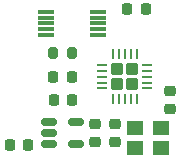
<source format=gbr>
%TF.GenerationSoftware,KiCad,Pcbnew,(6.0.5)*%
%TF.CreationDate,2022-06-17T17:21:07-07:00*%
%TF.ProjectId,picstick,70696373-7469-4636-9b2e-6b696361645f,1.0*%
%TF.SameCoordinates,Original*%
%TF.FileFunction,Paste,Top*%
%TF.FilePolarity,Positive*%
%FSLAX46Y46*%
G04 Gerber Fmt 4.6, Leading zero omitted, Abs format (unit mm)*
G04 Created by KiCad (PCBNEW (6.0.5)) date 2022-06-17 17:21:07*
%MOMM*%
%LPD*%
G01*
G04 APERTURE LIST*
G04 Aperture macros list*
%AMRoundRect*
0 Rectangle with rounded corners*
0 $1 Rounding radius*
0 $2 $3 $4 $5 $6 $7 $8 $9 X,Y pos of 4 corners*
0 Add a 4 corners polygon primitive as box body*
4,1,4,$2,$3,$4,$5,$6,$7,$8,$9,$2,$3,0*
0 Add four circle primitives for the rounded corners*
1,1,$1+$1,$2,$3*
1,1,$1+$1,$4,$5*
1,1,$1+$1,$6,$7*
1,1,$1+$1,$8,$9*
0 Add four rect primitives between the rounded corners*
20,1,$1+$1,$2,$3,$4,$5,0*
20,1,$1+$1,$4,$5,$6,$7,0*
20,1,$1+$1,$6,$7,$8,$9,0*
20,1,$1+$1,$8,$9,$2,$3,0*%
G04 Aperture macros list end*
%ADD10R,1.400000X1.200000*%
%ADD11RoundRect,0.225000X0.225000X0.250000X-0.225000X0.250000X-0.225000X-0.250000X0.225000X-0.250000X0*%
%ADD12RoundRect,0.225000X-0.225000X-0.250000X0.225000X-0.250000X0.225000X0.250000X-0.225000X0.250000X0*%
%ADD13RoundRect,0.200000X0.200000X0.275000X-0.200000X0.275000X-0.200000X-0.275000X0.200000X-0.275000X0*%
%ADD14RoundRect,0.250000X-0.275000X0.275000X-0.275000X-0.275000X0.275000X-0.275000X0.275000X0.275000X0*%
%ADD15RoundRect,0.062500X-0.062500X0.362500X-0.062500X-0.362500X0.062500X-0.362500X0.062500X0.362500X0*%
%ADD16RoundRect,0.062500X-0.362500X0.062500X-0.362500X-0.062500X0.362500X-0.062500X0.362500X0.062500X0*%
%ADD17RoundRect,0.150000X-0.512500X-0.150000X0.512500X-0.150000X0.512500X0.150000X-0.512500X0.150000X0*%
%ADD18RoundRect,0.218750X-0.218750X-0.256250X0.218750X-0.256250X0.218750X0.256250X-0.218750X0.256250X0*%
%ADD19RoundRect,0.225000X0.250000X-0.225000X0.250000X0.225000X-0.250000X0.225000X-0.250000X-0.225000X0*%
%ADD20RoundRect,0.225000X-0.250000X0.225000X-0.250000X-0.225000X0.250000X-0.225000X0.250000X0.225000X0*%
%ADD21R,1.400000X0.300000*%
G04 APERTURE END LIST*
D10*
%TO.C,Y1*%
X116100000Y-84350000D03*
X113900000Y-84350000D03*
X113900000Y-86050000D03*
X116100000Y-86050000D03*
%TD*%
D11*
%TO.C,C1*%
X104800000Y-85750000D03*
X103250000Y-85750000D03*
%TD*%
D12*
%TO.C,C3*%
X113225000Y-74250000D03*
X114775000Y-74250000D03*
%TD*%
D13*
%TO.C,R1*%
X108575000Y-78000000D03*
X106925000Y-78000000D03*
%TD*%
D11*
%TO.C,C4*%
X108525000Y-82000000D03*
X106975000Y-82000000D03*
%TD*%
D14*
%TO.C,U2*%
X112350000Y-80650000D03*
X113650000Y-80650000D03*
X113650000Y-79350000D03*
X112350000Y-79350000D03*
D15*
X114000000Y-78075000D03*
X113500000Y-78075000D03*
X113000000Y-78075000D03*
X112500000Y-78075000D03*
X112000000Y-78075000D03*
D16*
X111075000Y-79000000D03*
X111075000Y-79500000D03*
X111075000Y-80000000D03*
X111075000Y-80500000D03*
X111075000Y-81000000D03*
D15*
X112000000Y-81925000D03*
X112500000Y-81925000D03*
X113000000Y-81925000D03*
X113500000Y-81925000D03*
X114000000Y-81925000D03*
D16*
X114925000Y-81000000D03*
X114925000Y-80500000D03*
X114925000Y-80000000D03*
X114925000Y-79500000D03*
X114925000Y-79000000D03*
%TD*%
D17*
%TO.C,U3*%
X106612500Y-83800000D03*
X106612500Y-84750000D03*
X106612500Y-85700000D03*
X108887500Y-85700000D03*
X108887500Y-83800000D03*
%TD*%
D18*
%TO.C,D1*%
X106962500Y-80000000D03*
X108537500Y-80000000D03*
%TD*%
D19*
%TO.C,C6*%
X116800000Y-82775000D03*
X116800000Y-81225000D03*
%TD*%
D20*
%TO.C,C2*%
X110500000Y-83975000D03*
X110500000Y-85525000D03*
%TD*%
D19*
%TO.C,C5*%
X112200000Y-85575000D03*
X112200000Y-84025000D03*
%TD*%
D21*
%TO.C,U1*%
X106300000Y-74500000D03*
X106300000Y-75000000D03*
X106300000Y-75500000D03*
X106300000Y-76000000D03*
X106300000Y-76500000D03*
X110700000Y-76500000D03*
X110700000Y-76000000D03*
X110700000Y-75500000D03*
X110700000Y-75000000D03*
X110700000Y-74500000D03*
%TD*%
M02*

</source>
